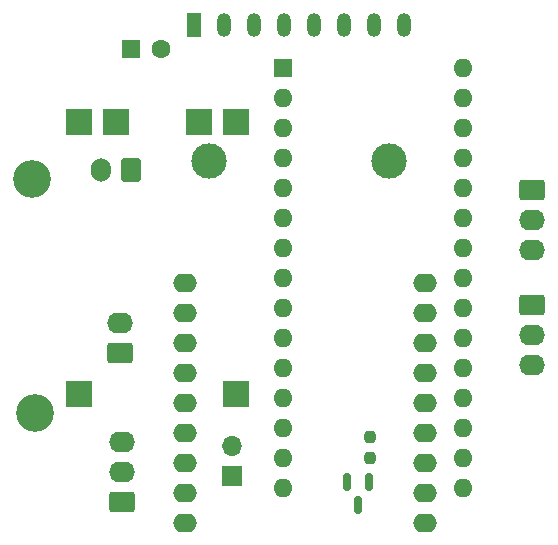
<source format=gbr>
%TF.GenerationSoftware,KiCad,Pcbnew,(5.99.0-10431-gb63c482347)*%
%TF.CreationDate,2021-11-02T14:19:32+01:00*%
%TF.ProjectId,boitarire,626f6974-6172-4697-9265-2e6b69636164,rev?*%
%TF.SameCoordinates,Original*%
%TF.FileFunction,Soldermask,Top*%
%TF.FilePolarity,Negative*%
%FSLAX46Y46*%
G04 Gerber Fmt 4.6, Leading zero omitted, Abs format (unit mm)*
G04 Created by KiCad (PCBNEW (5.99.0-10431-gb63c482347)) date 2021-11-02 14:19:32*
%MOMM*%
%LPD*%
G01*
G04 APERTURE LIST*
G04 Aperture macros list*
%AMRoundRect*
0 Rectangle with rounded corners*
0 $1 Rounding radius*
0 $2 $3 $4 $5 $6 $7 $8 $9 X,Y pos of 4 corners*
0 Add a 4 corners polygon primitive as box body*
4,1,4,$2,$3,$4,$5,$6,$7,$8,$9,$2,$3,0*
0 Add four circle primitives for the rounded corners*
1,1,$1+$1,$2,$3*
1,1,$1+$1,$4,$5*
1,1,$1+$1,$6,$7*
1,1,$1+$1,$8,$9*
0 Add four rect primitives between the rounded corners*
20,1,$1+$1,$2,$3,$4,$5,0*
20,1,$1+$1,$4,$5,$6,$7,0*
20,1,$1+$1,$6,$7,$8,$9,0*
20,1,$1+$1,$8,$9,$2,$3,0*%
G04 Aperture macros list end*
%ADD10R,2.250000X2.250000*%
%ADD11C,3.200000*%
%ADD12RoundRect,0.237500X-0.237500X0.250000X-0.237500X-0.250000X0.237500X-0.250000X0.237500X0.250000X0*%
%ADD13RoundRect,0.150000X-0.150000X0.587500X-0.150000X-0.587500X0.150000X-0.587500X0.150000X0.587500X0*%
%ADD14R,1.700000X1.700000*%
%ADD15O,1.700000X1.700000*%
%ADD16R,1.600000X1.600000*%
%ADD17O,1.600000X1.600000*%
%ADD18C,3.000000*%
%ADD19R,1.200000X2.000000*%
%ADD20O,1.200000X2.000000*%
%ADD21RoundRect,0.250000X-0.845000X0.620000X-0.845000X-0.620000X0.845000X-0.620000X0.845000X0.620000X0*%
%ADD22O,2.190000X1.740000*%
%ADD23RoundRect,0.250000X0.845000X-0.620000X0.845000X0.620000X-0.845000X0.620000X-0.845000X-0.620000X0*%
%ADD24RoundRect,0.250000X0.600000X0.750000X-0.600000X0.750000X-0.600000X-0.750000X0.600000X-0.750000X0*%
%ADD25O,1.700000X2.000000*%
%ADD26C,1.600000*%
%ADD27O,2.000000X1.600000*%
G04 APERTURE END LIST*
D10*
%TO.C,U2*%
X144850000Y-77350000D03*
X158150000Y-77350000D03*
X148000000Y-54350000D03*
X155000000Y-54350000D03*
X144850000Y-54350000D03*
X158150000Y-54350000D03*
%TD*%
D11*
%TO.C,H2*%
X141100000Y-79000000D03*
%TD*%
D12*
%TO.C,R1*%
X169500000Y-80987500D03*
X169500000Y-82812500D03*
%TD*%
D13*
%TO.C,Q1*%
X169450000Y-84862500D03*
X167550000Y-84862500D03*
X168500000Y-86737500D03*
%TD*%
D14*
%TO.C,SW1*%
X157800000Y-84300000D03*
D15*
X157800000Y-81760000D03*
%TD*%
D11*
%TO.C,H3*%
X140900000Y-59200000D03*
%TD*%
D16*
%TO.C,A1*%
X162140000Y-49750000D03*
D17*
X162140000Y-52290000D03*
X162140000Y-54830000D03*
X162140000Y-57370000D03*
X162140000Y-59910000D03*
X162140000Y-62450000D03*
X162140000Y-64990000D03*
X162140000Y-67530000D03*
X162140000Y-70070000D03*
X162140000Y-72610000D03*
X162140000Y-75150000D03*
X162140000Y-77690000D03*
X162140000Y-80230000D03*
X162140000Y-82770000D03*
X162140000Y-85310000D03*
X177380000Y-85310000D03*
X177380000Y-82770000D03*
X177380000Y-80230000D03*
X177380000Y-77690000D03*
X177380000Y-75150000D03*
X177380000Y-72610000D03*
X177380000Y-70070000D03*
X177380000Y-67530000D03*
X177380000Y-64990000D03*
X177380000Y-62450000D03*
X177380000Y-59910000D03*
X177380000Y-57370000D03*
X177380000Y-54830000D03*
X177380000Y-52290000D03*
X177380000Y-49750000D03*
%TD*%
D18*
%TO.C,U1*%
X155880000Y-57625000D03*
X171120000Y-57625000D03*
D19*
X154610000Y-46125000D03*
D20*
X157150000Y-46125000D03*
X159690000Y-46125000D03*
X162230000Y-46125000D03*
X164770000Y-46125000D03*
X167310000Y-46125000D03*
X169850000Y-46125000D03*
X172390000Y-46125000D03*
%TD*%
D21*
%TO.C,J4*%
X183200000Y-69870000D03*
D22*
X183200000Y-72410000D03*
X183200000Y-74950000D03*
%TD*%
D23*
%TO.C,J3*%
X148300000Y-73900000D03*
D22*
X148300000Y-71360000D03*
%TD*%
D24*
%TO.C,J1*%
X149250000Y-58450000D03*
D25*
X146750000Y-58450000D03*
%TD*%
D23*
%TO.C,J2*%
X148500000Y-86500000D03*
D22*
X148500000Y-83960000D03*
X148500000Y-81420000D03*
%TD*%
D21*
%TO.C,J5*%
X183200000Y-60120000D03*
D22*
X183200000Y-62660000D03*
X183200000Y-65200000D03*
%TD*%
D16*
%TO.C,C1*%
X149294888Y-48200000D03*
D26*
X151794888Y-48200000D03*
%TD*%
D27*
%TO.C,U3*%
X174160000Y-67940000D03*
X174160000Y-70480000D03*
X174160000Y-73020000D03*
X174160000Y-75560000D03*
X174160000Y-78100000D03*
X174160000Y-80640000D03*
X174160000Y-83180000D03*
X174160000Y-85720000D03*
X174160000Y-88260000D03*
X153840000Y-88260000D03*
X153840000Y-85720000D03*
X153840000Y-83180000D03*
X153840000Y-80640000D03*
X153840000Y-78100000D03*
X153840000Y-75560000D03*
X153840000Y-73020000D03*
X153840000Y-70480000D03*
X153840000Y-67940000D03*
%TD*%
M02*

</source>
